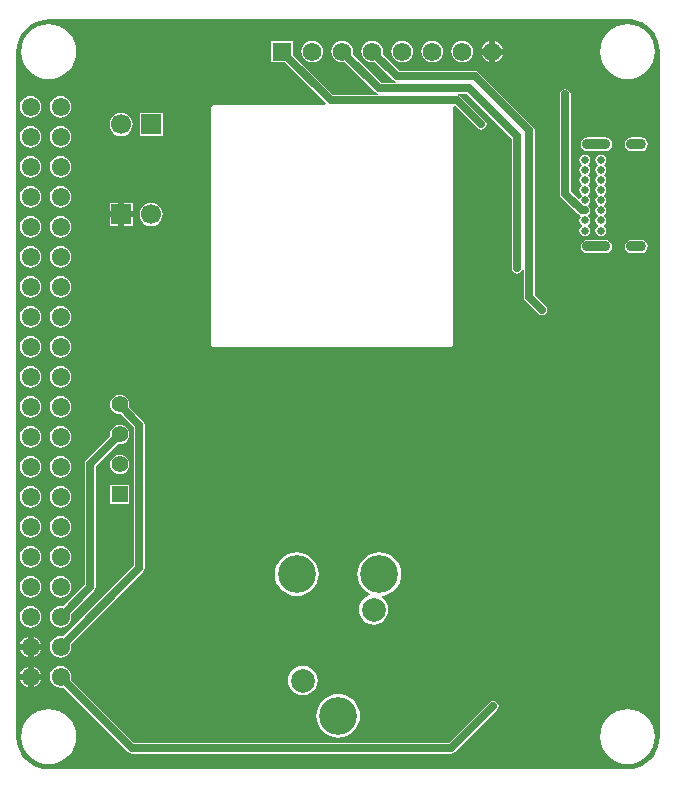
<source format=gbl>
G04*
G04 #@! TF.GenerationSoftware,Altium Limited,Altium Designer,20.2.6 (244)*
G04*
G04 Layer_Physical_Order=2*
G04 Layer_Color=16711680*
%FSLAX25Y25*%
%MOIN*%
G70*
G04*
G04 #@! TF.SameCoordinates,54722894-AE61-4C59-B5F0-4C27AF3D34EB*
G04*
G04*
G04 #@! TF.FilePolarity,Positive*
G04*
G01*
G75*
%ADD42C,0.06181*%
%ADD43R,0.06181X0.06181*%
%ADD48C,0.02500*%
%ADD49C,0.02559*%
%ADD50O,0.09449X0.03543*%
%ADD51O,0.06693X0.03543*%
%ADD52R,0.06693X0.06693*%
%ADD53C,0.06693*%
%ADD54C,0.05512*%
%ADD55R,0.05512X0.05512*%
%ADD56C,0.12598*%
%ADD57C,0.07874*%
%ADD58C,0.06102*%
%ADD59C,0.02362*%
G36*
X642368Y305034D02*
X644027Y304635D01*
X645604Y303982D01*
X647059Y303091D01*
X648357Y301982D01*
X649465Y300684D01*
X650357Y299229D01*
X651010Y297652D01*
X651409Y295993D01*
X651542Y294303D01*
X651540Y294291D01*
Y65945D01*
X651542Y65934D01*
X651409Y64243D01*
X651010Y62584D01*
X650357Y61007D01*
X649465Y59552D01*
X648357Y58254D01*
X647059Y57146D01*
X645604Y56254D01*
X644027Y55601D01*
X642368Y55203D01*
X641154Y55107D01*
X640666Y55072D01*
X640666Y55072D01*
X640172Y55072D01*
X447835D01*
X447823Y55069D01*
X446133Y55203D01*
X444474Y55601D01*
X442897Y56254D01*
X441442Y57146D01*
X440144Y58254D01*
X439036Y59552D01*
X438144Y61007D01*
X437491Y62584D01*
X437092Y64243D01*
X436959Y65934D01*
X436962Y65945D01*
Y294210D01*
X436959Y294221D01*
X437092Y295911D01*
X437491Y297571D01*
X438144Y299147D01*
X439036Y300603D01*
X440144Y301900D01*
X441442Y303009D01*
X442897Y303901D01*
X444474Y304554D01*
X446133Y304952D01*
X447823Y305085D01*
X447835Y305083D01*
X640748D01*
X641031Y305139D01*
X642368Y305034D01*
D02*
G37*
%LPC*%
G36*
X596630Y297763D02*
Y295291D01*
X599102D01*
X598766Y296102D01*
X598191Y296852D01*
X597441Y297428D01*
X596630Y297763D01*
D02*
G37*
G36*
X594630D02*
X593819Y297428D01*
X593069Y296852D01*
X592494Y296102D01*
X592158Y295291D01*
X594630D01*
Y297763D01*
D02*
G37*
G36*
X599102Y293291D02*
X596630D01*
Y290819D01*
X597441Y291155D01*
X598191Y291730D01*
X598766Y292481D01*
X599102Y293291D01*
D02*
G37*
G36*
X594630D02*
X592158D01*
X592494Y292481D01*
X593069Y291730D01*
X593819Y291155D01*
X594630Y290819D01*
Y293291D01*
D02*
G37*
G36*
X585630Y297913D02*
X584693Y297790D01*
X583819Y297428D01*
X583069Y296852D01*
X582494Y296102D01*
X582132Y295229D01*
X582008Y294291D01*
X582132Y293354D01*
X582494Y292481D01*
X583069Y291730D01*
X583819Y291155D01*
X584693Y290793D01*
X585630Y290670D01*
X586567Y290793D01*
X587441Y291155D01*
X588191Y291730D01*
X588766Y292481D01*
X589128Y293354D01*
X589252Y294291D01*
X589128Y295229D01*
X588766Y296102D01*
X588191Y296852D01*
X587441Y297428D01*
X586567Y297790D01*
X585630Y297913D01*
D02*
G37*
G36*
X575630D02*
X574693Y297790D01*
X573819Y297428D01*
X573069Y296852D01*
X572494Y296102D01*
X572132Y295229D01*
X572008Y294291D01*
X572132Y293354D01*
X572494Y292481D01*
X573069Y291730D01*
X573819Y291155D01*
X574693Y290793D01*
X575630Y290670D01*
X576567Y290793D01*
X577441Y291155D01*
X578191Y291730D01*
X578766Y292481D01*
X579128Y293354D01*
X579251Y294291D01*
X579128Y295229D01*
X578766Y296102D01*
X578191Y296852D01*
X577441Y297428D01*
X576567Y297790D01*
X575630Y297913D01*
D02*
G37*
G36*
X565630D02*
X564693Y297790D01*
X563819Y297428D01*
X563069Y296852D01*
X562494Y296102D01*
X562132Y295229D01*
X562008Y294291D01*
X562132Y293354D01*
X562494Y292481D01*
X563069Y291730D01*
X563819Y291155D01*
X564693Y290793D01*
X565630Y290670D01*
X566567Y290793D01*
X567441Y291155D01*
X568191Y291730D01*
X568766Y292481D01*
X569128Y293354D01*
X569251Y294291D01*
X569128Y295229D01*
X568766Y296102D01*
X568191Y296852D01*
X567441Y297428D01*
X566567Y297790D01*
X565630Y297913D01*
D02*
G37*
G36*
X535630D02*
X534693Y297790D01*
X533819Y297428D01*
X533069Y296852D01*
X532494Y296102D01*
X532132Y295229D01*
X532008Y294291D01*
X532132Y293354D01*
X532494Y292481D01*
X533069Y291730D01*
X533819Y291155D01*
X534693Y290793D01*
X535630Y290670D01*
X536567Y290793D01*
X537441Y291155D01*
X538191Y291730D01*
X538766Y292481D01*
X539128Y293354D01*
X539252Y294291D01*
X539128Y295229D01*
X538766Y296102D01*
X538191Y296852D01*
X537441Y297428D01*
X536567Y297790D01*
X535630Y297913D01*
D02*
G37*
G36*
X640748Y303452D02*
X638961Y303276D01*
X637243Y302754D01*
X635659Y301908D01*
X634271Y300769D01*
X633131Y299381D01*
X632285Y297797D01*
X631764Y296078D01*
X631588Y294291D01*
X631764Y292504D01*
X632285Y290786D01*
X633131Y289202D01*
X634271Y287814D01*
X635659Y286675D01*
X637243Y285828D01*
X638961Y285307D01*
X640748Y285131D01*
X642535Y285307D01*
X644254Y285828D01*
X645837Y286675D01*
X647226Y287814D01*
X648365Y289202D01*
X649211Y290786D01*
X649732Y292504D01*
X649908Y294291D01*
X649732Y296078D01*
X649211Y297797D01*
X648365Y299381D01*
X647226Y300769D01*
X645837Y301908D01*
X644254Y302754D01*
X642535Y303276D01*
X640748Y303452D01*
D02*
G37*
G36*
X447835D02*
X446047Y303276D01*
X444329Y302754D01*
X442745Y301908D01*
X441357Y300769D01*
X440218Y299381D01*
X439371Y297797D01*
X438850Y296078D01*
X438674Y294291D01*
X438850Y292504D01*
X439371Y290786D01*
X440218Y289202D01*
X441357Y287814D01*
X442745Y286675D01*
X444329Y285828D01*
X446047Y285307D01*
X447835Y285131D01*
X449622Y285307D01*
X451340Y285828D01*
X452924Y286675D01*
X454312Y287814D01*
X455451Y289202D01*
X456298Y290786D01*
X456819Y292504D01*
X456995Y294291D01*
X456819Y296078D01*
X456298Y297797D01*
X455451Y299381D01*
X454312Y300769D01*
X452924Y301908D01*
X451340Y302754D01*
X449622Y303276D01*
X447835Y303452D01*
D02*
G37*
G36*
X555630Y297913D02*
X554693Y297790D01*
X553819Y297428D01*
X553069Y296852D01*
X552494Y296102D01*
X552132Y295229D01*
X552008Y294291D01*
X552132Y293354D01*
X552494Y292481D01*
X553069Y291730D01*
X553819Y291155D01*
X554693Y290793D01*
X555630Y290670D01*
X556567Y290793D01*
X556594Y290804D01*
X562660Y284738D01*
X562660Y284738D01*
X563238Y284351D01*
X563577Y284284D01*
X563527Y283784D01*
X558660D01*
X549117Y293327D01*
X549128Y293354D01*
X549252Y294291D01*
X549128Y295229D01*
X548766Y296102D01*
X548191Y296852D01*
X547441Y297428D01*
X546567Y297790D01*
X545630Y297913D01*
X544693Y297790D01*
X543819Y297428D01*
X543069Y296852D01*
X542494Y296102D01*
X542132Y295229D01*
X542008Y294291D01*
X542132Y293354D01*
X542494Y292481D01*
X543069Y291730D01*
X543819Y291155D01*
X544693Y290793D01*
X545630Y290670D01*
X546567Y290793D01*
X546594Y290804D01*
X556660Y280738D01*
X556660Y280738D01*
X557238Y280351D01*
X557577Y280284D01*
X557527Y279784D01*
X542660D01*
X529220Y293224D01*
Y297882D01*
X522039D01*
Y290701D01*
X526697D01*
X540288Y277110D01*
X540081Y276610D01*
X502953D01*
X502563Y276533D01*
X502232Y276311D01*
X502011Y275981D01*
X501933Y275590D01*
Y196850D01*
X502011Y196460D01*
X502232Y196129D01*
X502563Y195908D01*
X502953Y195831D01*
X581693D01*
X582083Y195908D01*
X582414Y196129D01*
X582635Y196460D01*
X582713Y196850D01*
Y275590D01*
X583064Y275984D01*
X583462Y276014D01*
X590738Y268738D01*
X591317Y268352D01*
X592000Y268216D01*
X592683Y268352D01*
X593262Y268738D01*
X593648Y269317D01*
X593784Y270000D01*
X593648Y270683D01*
X593262Y271262D01*
X585262Y279262D01*
X584683Y279648D01*
X584345Y279716D01*
X584394Y280216D01*
X587261D01*
X602216Y265261D01*
Y222000D01*
X602352Y221317D01*
X602738Y220738D01*
X603317Y220352D01*
X604000Y220216D01*
X604683Y220352D01*
X605262Y220738D01*
X605649Y221317D01*
X605716Y221655D01*
X606216Y221606D01*
Y212521D01*
X606352Y211839D01*
X606738Y211260D01*
X610999Y206999D01*
X611578Y206612D01*
X612261Y206476D01*
X612944Y206612D01*
X613522Y206999D01*
X613909Y207578D01*
X614045Y208261D01*
X613909Y208944D01*
X613522Y209522D01*
X609784Y213260D01*
Y268000D01*
X609649Y268683D01*
X609262Y269262D01*
X591262Y287262D01*
X590683Y287649D01*
X590000Y287784D01*
X564660D01*
X559117Y293327D01*
X559128Y293354D01*
X559251Y294291D01*
X559128Y295229D01*
X558766Y296102D01*
X558191Y296852D01*
X557441Y297428D01*
X556567Y297790D01*
X555630Y297913D01*
D02*
G37*
G36*
X451772Y279448D02*
X450845Y279326D01*
X449981Y278968D01*
X449239Y278399D01*
X448670Y277657D01*
X448312Y276793D01*
X448190Y275866D01*
X448312Y274939D01*
X448670Y274075D01*
X449239Y273333D01*
X449981Y272764D01*
X450845Y272406D01*
X451772Y272284D01*
X452699Y272406D01*
X453563Y272764D01*
X454304Y273333D01*
X454874Y274075D01*
X455231Y274939D01*
X455353Y275866D01*
X455231Y276793D01*
X454874Y277657D01*
X454304Y278399D01*
X453563Y278968D01*
X452699Y279326D01*
X451772Y279448D01*
D02*
G37*
G36*
X441772D02*
X440845Y279326D01*
X439981Y278968D01*
X439239Y278399D01*
X438670Y277657D01*
X438312Y276793D01*
X438190Y275866D01*
X438312Y274939D01*
X438670Y274075D01*
X439239Y273333D01*
X439981Y272764D01*
X440845Y272406D01*
X441772Y272284D01*
X442699Y272406D01*
X443563Y272764D01*
X444304Y273333D01*
X444874Y274075D01*
X445231Y274939D01*
X445354Y275866D01*
X445231Y276793D01*
X444874Y277657D01*
X444304Y278399D01*
X443563Y278968D01*
X442699Y279326D01*
X441772Y279448D01*
D02*
G37*
G36*
X485847Y273847D02*
X478154D01*
Y266154D01*
X485847D01*
Y273847D01*
D02*
G37*
G36*
X472000Y273880D02*
X470996Y273747D01*
X470060Y273360D01*
X469257Y272743D01*
X468640Y271940D01*
X468253Y271004D01*
X468120Y270000D01*
X468253Y268996D01*
X468640Y268060D01*
X469257Y267257D01*
X470060Y266640D01*
X470996Y266253D01*
X472000Y266120D01*
X473004Y266253D01*
X473940Y266640D01*
X474743Y267257D01*
X475360Y268060D01*
X475747Y268996D01*
X475880Y270000D01*
X475747Y271004D01*
X475360Y271940D01*
X474743Y272743D01*
X473940Y273360D01*
X473004Y273747D01*
X472000Y273880D01*
D02*
G37*
G36*
X451772Y269448D02*
X450845Y269326D01*
X449981Y268968D01*
X449239Y268399D01*
X448670Y267657D01*
X448312Y266793D01*
X448190Y265866D01*
X448312Y264939D01*
X448670Y264075D01*
X449239Y263333D01*
X449981Y262764D01*
X450845Y262406D01*
X451772Y262284D01*
X452699Y262406D01*
X453563Y262764D01*
X454304Y263333D01*
X454874Y264075D01*
X455231Y264939D01*
X455353Y265866D01*
X455231Y266793D01*
X454874Y267657D01*
X454304Y268399D01*
X453563Y268968D01*
X452699Y269326D01*
X451772Y269448D01*
D02*
G37*
G36*
X441772D02*
X440845Y269326D01*
X439981Y268968D01*
X439239Y268399D01*
X438670Y267657D01*
X438312Y266793D01*
X438190Y265866D01*
X438312Y264939D01*
X438670Y264075D01*
X439239Y263333D01*
X439981Y262764D01*
X440845Y262406D01*
X441772Y262284D01*
X442699Y262406D01*
X443563Y262764D01*
X444304Y263333D01*
X444874Y264075D01*
X445231Y264939D01*
X445354Y265866D01*
X445231Y266793D01*
X444874Y267657D01*
X444304Y268399D01*
X443563Y268968D01*
X442699Y269326D01*
X441772Y269448D01*
D02*
G37*
G36*
X645276Y265703D02*
X642126D01*
X641240Y265526D01*
X640488Y265024D01*
X639986Y264273D01*
X639810Y263387D01*
X639986Y262500D01*
X640488Y261749D01*
X641240Y261247D01*
X642126Y261071D01*
X645276D01*
X646162Y261247D01*
X646913Y261749D01*
X647415Y262500D01*
X647592Y263387D01*
X647415Y264273D01*
X646913Y265024D01*
X646162Y265526D01*
X645276Y265703D01*
D02*
G37*
G36*
X633347D02*
X627441D01*
X626554Y265526D01*
X625803Y265024D01*
X625301Y264273D01*
X625125Y263387D01*
X625301Y262500D01*
X625803Y261749D01*
X626554Y261247D01*
X627441Y261071D01*
X633347D01*
X634233Y261247D01*
X634984Y261749D01*
X635486Y262500D01*
X635663Y263387D01*
X635486Y264273D01*
X634984Y265024D01*
X634233Y265526D01*
X633347Y265703D01*
D02*
G37*
G36*
X451772Y259448D02*
X450845Y259326D01*
X449981Y258968D01*
X449239Y258399D01*
X448670Y257657D01*
X448312Y256793D01*
X448190Y255866D01*
X448312Y254939D01*
X448670Y254075D01*
X449239Y253333D01*
X449981Y252764D01*
X450845Y252406D01*
X451772Y252284D01*
X452699Y252406D01*
X453563Y252764D01*
X454304Y253333D01*
X454874Y254075D01*
X455231Y254939D01*
X455353Y255866D01*
X455231Y256793D01*
X454874Y257657D01*
X454304Y258399D01*
X453563Y258968D01*
X452699Y259326D01*
X451772Y259448D01*
D02*
G37*
G36*
X441772D02*
X440845Y259326D01*
X439981Y258968D01*
X439239Y258399D01*
X438670Y257657D01*
X438312Y256793D01*
X438190Y255866D01*
X438312Y254939D01*
X438670Y254075D01*
X439239Y253333D01*
X439981Y252764D01*
X440845Y252406D01*
X441772Y252284D01*
X442699Y252406D01*
X443563Y252764D01*
X444304Y253333D01*
X444874Y254075D01*
X445231Y254939D01*
X445354Y255866D01*
X445231Y256793D01*
X444874Y257657D01*
X444304Y258399D01*
X443563Y258968D01*
X442699Y259326D01*
X441772Y259448D01*
D02*
G37*
G36*
X451772Y249448D02*
X450845Y249326D01*
X449981Y248968D01*
X449239Y248399D01*
X448670Y247657D01*
X448312Y246793D01*
X448190Y245866D01*
X448312Y244939D01*
X448670Y244075D01*
X449239Y243333D01*
X449981Y242764D01*
X450845Y242406D01*
X451772Y242284D01*
X452699Y242406D01*
X453563Y242764D01*
X454304Y243333D01*
X454874Y244075D01*
X455231Y244939D01*
X455353Y245866D01*
X455231Y246793D01*
X454874Y247657D01*
X454304Y248399D01*
X453563Y248968D01*
X452699Y249326D01*
X451772Y249448D01*
D02*
G37*
G36*
X441772D02*
X440845Y249326D01*
X439981Y248968D01*
X439239Y248399D01*
X438670Y247657D01*
X438312Y246793D01*
X438190Y245866D01*
X438312Y244939D01*
X438670Y244075D01*
X439239Y243333D01*
X439981Y242764D01*
X440845Y242406D01*
X441772Y242284D01*
X442699Y242406D01*
X443563Y242764D01*
X444304Y243333D01*
X444874Y244075D01*
X445231Y244939D01*
X445354Y245866D01*
X445231Y246793D01*
X444874Y247657D01*
X444304Y248399D01*
X443563Y248968D01*
X442699Y249326D01*
X441772Y249448D01*
D02*
G37*
G36*
X475846Y243847D02*
X473000D01*
Y241000D01*
X475846D01*
Y243847D01*
D02*
G37*
G36*
X471000D02*
X468153D01*
Y241000D01*
X471000D01*
Y243847D01*
D02*
G37*
G36*
X475846Y239000D02*
X473000D01*
Y236154D01*
X475846D01*
Y239000D01*
D02*
G37*
G36*
X471000D02*
X468153D01*
Y236154D01*
X471000D01*
Y239000D01*
D02*
G37*
G36*
X482000Y243880D02*
X480996Y243747D01*
X480060Y243360D01*
X479257Y242743D01*
X478640Y241940D01*
X478253Y241004D01*
X478120Y240000D01*
X478253Y238996D01*
X478640Y238060D01*
X479257Y237257D01*
X480060Y236640D01*
X480996Y236253D01*
X482000Y236120D01*
X483004Y236253D01*
X483940Y236640D01*
X484743Y237257D01*
X485360Y238060D01*
X485747Y238996D01*
X485880Y240000D01*
X485747Y241004D01*
X485360Y241940D01*
X484743Y242743D01*
X483940Y243360D01*
X483004Y243747D01*
X482000Y243880D01*
D02*
G37*
G36*
X631850Y259886D02*
X631156Y259748D01*
X630567Y259355D01*
X630174Y258766D01*
X630035Y258072D01*
X630174Y257377D01*
X630567Y256789D01*
X630777Y256648D01*
Y256148D01*
X630567Y256008D01*
X630174Y255419D01*
X630035Y254725D01*
X630174Y254030D01*
X630567Y253442D01*
X630777Y253302D01*
Y252802D01*
X630567Y252662D01*
X630174Y252073D01*
X630035Y251379D01*
X630174Y250684D01*
X630567Y250096D01*
X630777Y249955D01*
Y249455D01*
X630567Y249315D01*
X630174Y248726D01*
X630035Y248032D01*
X630174Y247337D01*
X630567Y246749D01*
X630777Y246609D01*
Y246109D01*
X630567Y245969D01*
X630174Y245380D01*
X630035Y244686D01*
X630174Y243991D01*
X630567Y243403D01*
X630777Y243262D01*
Y242762D01*
X630567Y242622D01*
X630174Y242033D01*
X630035Y241339D01*
X630174Y240644D01*
X630567Y240056D01*
X630777Y239916D01*
Y239416D01*
X630567Y239276D01*
X630174Y238687D01*
X630035Y237993D01*
X630174Y237298D01*
X630567Y236710D01*
X630777Y236569D01*
Y236069D01*
X630567Y235929D01*
X630174Y235340D01*
X630035Y234646D01*
X630174Y233951D01*
X630567Y233363D01*
X631156Y232969D01*
X631850Y232831D01*
X632544Y232969D01*
X633133Y233363D01*
X633526Y233951D01*
X633664Y234646D01*
X633526Y235340D01*
X633133Y235929D01*
X632923Y236069D01*
Y236569D01*
X633133Y236710D01*
X633526Y237298D01*
X633664Y237993D01*
X633526Y238687D01*
X633133Y239276D01*
X632923Y239416D01*
Y239916D01*
X633133Y240056D01*
X633526Y240644D01*
X633664Y241339D01*
X633526Y242033D01*
X633133Y242622D01*
X632923Y242762D01*
Y243262D01*
X633133Y243403D01*
X633526Y243991D01*
X633664Y244686D01*
X633526Y245380D01*
X633133Y245969D01*
X632923Y246109D01*
Y246609D01*
X633133Y246749D01*
X633526Y247337D01*
X633664Y248032D01*
X633526Y248726D01*
X633133Y249315D01*
X632923Y249455D01*
Y249955D01*
X633133Y250096D01*
X633526Y250684D01*
X633664Y251379D01*
X633526Y252073D01*
X633133Y252662D01*
X632923Y252802D01*
Y253302D01*
X633133Y253442D01*
X633526Y254030D01*
X633664Y254725D01*
X633526Y255419D01*
X633133Y256008D01*
X632923Y256148D01*
Y256648D01*
X633133Y256789D01*
X633526Y257377D01*
X633664Y258072D01*
X633526Y258766D01*
X633133Y259355D01*
X632544Y259748D01*
X631850Y259886D01*
D02*
G37*
G36*
X620000Y281784D02*
X619317Y281648D01*
X618738Y281262D01*
X618352Y280683D01*
X618216Y280000D01*
Y246937D01*
X618352Y246254D01*
X618738Y245676D01*
X624326Y240088D01*
X624904Y239702D01*
X624973Y239688D01*
X625050Y239574D01*
X625163Y239140D01*
X624860Y238687D01*
X624721Y237993D01*
X624860Y237298D01*
X625253Y236710D01*
X625463Y236569D01*
Y236069D01*
X625253Y235929D01*
X624860Y235340D01*
X624721Y234646D01*
X624860Y233951D01*
X625253Y233363D01*
X625842Y232969D01*
X626536Y232831D01*
X627230Y232969D01*
X627819Y233363D01*
X628212Y233951D01*
X628350Y234646D01*
X628212Y235340D01*
X627819Y235929D01*
X627608Y236069D01*
Y236569D01*
X627819Y236710D01*
X628212Y237298D01*
X628350Y237993D01*
X628212Y238687D01*
X627819Y239276D01*
X627609Y239416D01*
Y239916D01*
X627819Y240056D01*
X628212Y240644D01*
X628350Y241339D01*
X628212Y242033D01*
X627819Y242622D01*
X627608Y242762D01*
Y243262D01*
X627819Y243403D01*
X628212Y243991D01*
X628350Y244686D01*
X628212Y245380D01*
X627819Y245969D01*
X627609Y246109D01*
Y246609D01*
X627819Y246749D01*
X628212Y247337D01*
X628350Y248032D01*
X628212Y248726D01*
X627819Y249315D01*
X627608Y249455D01*
Y249955D01*
X627819Y250096D01*
X628212Y250684D01*
X628350Y251379D01*
X628212Y252073D01*
X627819Y252662D01*
X627609Y252802D01*
Y253302D01*
X627819Y253442D01*
X628212Y254030D01*
X628350Y254725D01*
X628212Y255419D01*
X627819Y256008D01*
X627608Y256148D01*
Y256648D01*
X627819Y256789D01*
X628212Y257377D01*
X628350Y258072D01*
X628212Y258766D01*
X627819Y259355D01*
X627230Y259748D01*
X626536Y259886D01*
X625842Y259748D01*
X625253Y259355D01*
X624860Y258766D01*
X624721Y258072D01*
X624860Y257377D01*
X625253Y256789D01*
X625463Y256648D01*
Y256148D01*
X625253Y256008D01*
X624860Y255419D01*
X624721Y254725D01*
X624860Y254030D01*
X625253Y253442D01*
X625462Y253302D01*
Y252802D01*
X625253Y252662D01*
X624860Y252073D01*
X624721Y251379D01*
X624860Y250684D01*
X625253Y250096D01*
X625463Y249955D01*
Y249455D01*
X625253Y249315D01*
X624860Y248726D01*
X624721Y248032D01*
X624860Y247337D01*
X625253Y246749D01*
X625462Y246609D01*
Y246109D01*
X625253Y245969D01*
X624860Y245380D01*
X624834Y245250D01*
X624355Y245105D01*
X621784Y247676D01*
Y280000D01*
X621649Y280683D01*
X621262Y281262D01*
X620683Y281648D01*
X620000Y281784D01*
D02*
G37*
G36*
X451772Y239448D02*
X450845Y239326D01*
X449981Y238968D01*
X449239Y238399D01*
X448670Y237657D01*
X448312Y236793D01*
X448190Y235866D01*
X448312Y234939D01*
X448670Y234075D01*
X449239Y233333D01*
X449981Y232764D01*
X450845Y232406D01*
X451772Y232284D01*
X452699Y232406D01*
X453563Y232764D01*
X454304Y233333D01*
X454874Y234075D01*
X455231Y234939D01*
X455353Y235866D01*
X455231Y236793D01*
X454874Y237657D01*
X454304Y238399D01*
X453563Y238968D01*
X452699Y239326D01*
X451772Y239448D01*
D02*
G37*
G36*
X441772D02*
X440845Y239326D01*
X439981Y238968D01*
X439239Y238399D01*
X438670Y237657D01*
X438312Y236793D01*
X438190Y235866D01*
X438312Y234939D01*
X438670Y234075D01*
X439239Y233333D01*
X439981Y232764D01*
X440845Y232406D01*
X441772Y232284D01*
X442699Y232406D01*
X443563Y232764D01*
X444304Y233333D01*
X444874Y234075D01*
X445231Y234939D01*
X445354Y235866D01*
X445231Y236793D01*
X444874Y237657D01*
X444304Y238399D01*
X443563Y238968D01*
X442699Y239326D01*
X441772Y239448D01*
D02*
G37*
G36*
X645276Y231647D02*
X642126D01*
X641240Y231470D01*
X640488Y230968D01*
X639986Y230217D01*
X639810Y229331D01*
X639986Y228444D01*
X640488Y227693D01*
X641240Y227191D01*
X642126Y227015D01*
X645276D01*
X646162Y227191D01*
X646913Y227693D01*
X647415Y228444D01*
X647592Y229331D01*
X647415Y230217D01*
X646913Y230968D01*
X646162Y231470D01*
X645276Y231647D01*
D02*
G37*
G36*
X633347D02*
X627441D01*
X626554Y231470D01*
X625803Y230968D01*
X625301Y230217D01*
X625125Y229331D01*
X625301Y228444D01*
X625803Y227693D01*
X626554Y227191D01*
X627441Y227015D01*
X633347D01*
X634233Y227191D01*
X634984Y227693D01*
X635486Y228444D01*
X635663Y229331D01*
X635486Y230217D01*
X634984Y230968D01*
X634233Y231470D01*
X633347Y231647D01*
D02*
G37*
G36*
X451772Y229448D02*
X450845Y229326D01*
X449981Y228968D01*
X449239Y228399D01*
X448670Y227657D01*
X448312Y226793D01*
X448190Y225866D01*
X448312Y224939D01*
X448670Y224075D01*
X449239Y223333D01*
X449981Y222764D01*
X450845Y222406D01*
X451772Y222284D01*
X452699Y222406D01*
X453563Y222764D01*
X454304Y223333D01*
X454874Y224075D01*
X455231Y224939D01*
X455353Y225866D01*
X455231Y226793D01*
X454874Y227657D01*
X454304Y228399D01*
X453563Y228968D01*
X452699Y229326D01*
X451772Y229448D01*
D02*
G37*
G36*
X441772D02*
X440845Y229326D01*
X439981Y228968D01*
X439239Y228399D01*
X438670Y227657D01*
X438312Y226793D01*
X438190Y225866D01*
X438312Y224939D01*
X438670Y224075D01*
X439239Y223333D01*
X439981Y222764D01*
X440845Y222406D01*
X441772Y222284D01*
X442699Y222406D01*
X443563Y222764D01*
X444304Y223333D01*
X444874Y224075D01*
X445231Y224939D01*
X445354Y225866D01*
X445231Y226793D01*
X444874Y227657D01*
X444304Y228399D01*
X443563Y228968D01*
X442699Y229326D01*
X441772Y229448D01*
D02*
G37*
G36*
X451772Y219448D02*
X450845Y219326D01*
X449981Y218968D01*
X449239Y218399D01*
X448670Y217657D01*
X448312Y216793D01*
X448190Y215866D01*
X448312Y214939D01*
X448670Y214075D01*
X449239Y213333D01*
X449981Y212764D01*
X450845Y212406D01*
X451772Y212284D01*
X452699Y212406D01*
X453563Y212764D01*
X454304Y213333D01*
X454874Y214075D01*
X455231Y214939D01*
X455353Y215866D01*
X455231Y216793D01*
X454874Y217657D01*
X454304Y218399D01*
X453563Y218968D01*
X452699Y219326D01*
X451772Y219448D01*
D02*
G37*
G36*
X441772D02*
X440845Y219326D01*
X439981Y218968D01*
X439239Y218399D01*
X438670Y217657D01*
X438312Y216793D01*
X438190Y215866D01*
X438312Y214939D01*
X438670Y214075D01*
X439239Y213333D01*
X439981Y212764D01*
X440845Y212406D01*
X441772Y212284D01*
X442699Y212406D01*
X443563Y212764D01*
X444304Y213333D01*
X444874Y214075D01*
X445231Y214939D01*
X445354Y215866D01*
X445231Y216793D01*
X444874Y217657D01*
X444304Y218399D01*
X443563Y218968D01*
X442699Y219326D01*
X441772Y219448D01*
D02*
G37*
G36*
X451772Y209448D02*
X450845Y209326D01*
X449981Y208968D01*
X449239Y208399D01*
X448670Y207657D01*
X448312Y206793D01*
X448190Y205866D01*
X448312Y204939D01*
X448670Y204075D01*
X449239Y203333D01*
X449981Y202764D01*
X450845Y202406D01*
X451772Y202284D01*
X452699Y202406D01*
X453563Y202764D01*
X454304Y203333D01*
X454874Y204075D01*
X455231Y204939D01*
X455353Y205866D01*
X455231Y206793D01*
X454874Y207657D01*
X454304Y208399D01*
X453563Y208968D01*
X452699Y209326D01*
X451772Y209448D01*
D02*
G37*
G36*
X441772D02*
X440845Y209326D01*
X439981Y208968D01*
X439239Y208399D01*
X438670Y207657D01*
X438312Y206793D01*
X438190Y205866D01*
X438312Y204939D01*
X438670Y204075D01*
X439239Y203333D01*
X439981Y202764D01*
X440845Y202406D01*
X441772Y202284D01*
X442699Y202406D01*
X443563Y202764D01*
X444304Y203333D01*
X444874Y204075D01*
X445231Y204939D01*
X445354Y205866D01*
X445231Y206793D01*
X444874Y207657D01*
X444304Y208399D01*
X443563Y208968D01*
X442699Y209326D01*
X441772Y209448D01*
D02*
G37*
G36*
X451772Y199448D02*
X450845Y199326D01*
X449981Y198968D01*
X449239Y198399D01*
X448670Y197657D01*
X448312Y196793D01*
X448190Y195866D01*
X448312Y194939D01*
X448670Y194075D01*
X449239Y193333D01*
X449981Y192764D01*
X450845Y192406D01*
X451772Y192284D01*
X452699Y192406D01*
X453563Y192764D01*
X454304Y193333D01*
X454874Y194075D01*
X455231Y194939D01*
X455353Y195866D01*
X455231Y196793D01*
X454874Y197657D01*
X454304Y198399D01*
X453563Y198968D01*
X452699Y199326D01*
X451772Y199448D01*
D02*
G37*
G36*
X441772D02*
X440845Y199326D01*
X439981Y198968D01*
X439239Y198399D01*
X438670Y197657D01*
X438312Y196793D01*
X438190Y195866D01*
X438312Y194939D01*
X438670Y194075D01*
X439239Y193333D01*
X439981Y192764D01*
X440845Y192406D01*
X441772Y192284D01*
X442699Y192406D01*
X443563Y192764D01*
X444304Y193333D01*
X444874Y194075D01*
X445231Y194939D01*
X445354Y195866D01*
X445231Y196793D01*
X444874Y197657D01*
X444304Y198399D01*
X443563Y198968D01*
X442699Y199326D01*
X441772Y199448D01*
D02*
G37*
G36*
X451772Y189448D02*
X450845Y189326D01*
X449981Y188968D01*
X449239Y188399D01*
X448670Y187657D01*
X448312Y186793D01*
X448190Y185866D01*
X448312Y184939D01*
X448670Y184075D01*
X449239Y183333D01*
X449981Y182764D01*
X450845Y182406D01*
X451772Y182284D01*
X452699Y182406D01*
X453563Y182764D01*
X454304Y183333D01*
X454874Y184075D01*
X455231Y184939D01*
X455353Y185866D01*
X455231Y186793D01*
X454874Y187657D01*
X454304Y188399D01*
X453563Y188968D01*
X452699Y189326D01*
X451772Y189448D01*
D02*
G37*
G36*
X441772D02*
X440845Y189326D01*
X439981Y188968D01*
X439239Y188399D01*
X438670Y187657D01*
X438312Y186793D01*
X438190Y185866D01*
X438312Y184939D01*
X438670Y184075D01*
X439239Y183333D01*
X439981Y182764D01*
X440845Y182406D01*
X441772Y182284D01*
X442699Y182406D01*
X443563Y182764D01*
X444304Y183333D01*
X444874Y184075D01*
X445231Y184939D01*
X445354Y185866D01*
X445231Y186793D01*
X444874Y187657D01*
X444304Y188399D01*
X443563Y188968D01*
X442699Y189326D01*
X441772Y189448D01*
D02*
G37*
G36*
X451772Y179448D02*
X450845Y179326D01*
X449981Y178968D01*
X449239Y178399D01*
X448670Y177657D01*
X448312Y176793D01*
X448190Y175866D01*
X448312Y174939D01*
X448670Y174075D01*
X449239Y173333D01*
X449981Y172764D01*
X450845Y172406D01*
X451772Y172284D01*
X452699Y172406D01*
X453563Y172764D01*
X454304Y173333D01*
X454874Y174075D01*
X455231Y174939D01*
X455353Y175866D01*
X455231Y176793D01*
X454874Y177657D01*
X454304Y178399D01*
X453563Y178968D01*
X452699Y179326D01*
X451772Y179448D01*
D02*
G37*
G36*
X441772D02*
X440845Y179326D01*
X439981Y178968D01*
X439239Y178399D01*
X438670Y177657D01*
X438312Y176793D01*
X438190Y175866D01*
X438312Y174939D01*
X438670Y174075D01*
X439239Y173333D01*
X439981Y172764D01*
X440845Y172406D01*
X441772Y172284D01*
X442699Y172406D01*
X443563Y172764D01*
X444304Y173333D01*
X444874Y174075D01*
X445231Y174939D01*
X445354Y175866D01*
X445231Y176793D01*
X444874Y177657D01*
X444304Y178399D01*
X443563Y178968D01*
X442699Y179326D01*
X441772Y179448D01*
D02*
G37*
G36*
X471457Y169938D02*
X470607Y169826D01*
X469815Y169498D01*
X469135Y168976D01*
X468613Y168296D01*
X468285Y167503D01*
X468173Y166654D01*
X468261Y165981D01*
X460409Y158129D01*
X460022Y157550D01*
X459886Y156868D01*
Y116504D01*
X452705Y109323D01*
X452699Y109326D01*
X451772Y109448D01*
X450845Y109326D01*
X449981Y108968D01*
X449239Y108399D01*
X448670Y107657D01*
X448312Y106793D01*
X448190Y105866D01*
X448312Y104939D01*
X448670Y104075D01*
X449239Y103333D01*
X449981Y102764D01*
X450845Y102406D01*
X451772Y102284D01*
X452699Y102406D01*
X453563Y102764D01*
X454304Y103333D01*
X454874Y104075D01*
X455231Y104939D01*
X455353Y105866D01*
X455231Y106793D01*
X455229Y106800D01*
X462932Y114503D01*
X462932Y114504D01*
X463319Y115082D01*
X463455Y115765D01*
Y156128D01*
X470785Y163458D01*
X471457Y163370D01*
X472307Y163481D01*
X473099Y163810D01*
X473779Y164331D01*
X474301Y165012D01*
X474629Y165804D01*
X474741Y166654D01*
X474629Y167503D01*
X474301Y168296D01*
X473779Y168976D01*
X473099Y169498D01*
X472307Y169826D01*
X471457Y169938D01*
D02*
G37*
G36*
X451772Y169448D02*
X450845Y169326D01*
X449981Y168968D01*
X449239Y168399D01*
X448670Y167657D01*
X448312Y166793D01*
X448190Y165866D01*
X448312Y164939D01*
X448670Y164075D01*
X449239Y163333D01*
X449981Y162764D01*
X450845Y162406D01*
X451772Y162284D01*
X452699Y162406D01*
X453563Y162764D01*
X454304Y163333D01*
X454874Y164075D01*
X455231Y164939D01*
X455353Y165866D01*
X455231Y166793D01*
X454874Y167657D01*
X454304Y168399D01*
X453563Y168968D01*
X452699Y169326D01*
X451772Y169448D01*
D02*
G37*
G36*
X441772D02*
X440845Y169326D01*
X439981Y168968D01*
X439239Y168399D01*
X438670Y167657D01*
X438312Y166793D01*
X438190Y165866D01*
X438312Y164939D01*
X438670Y164075D01*
X439239Y163333D01*
X439981Y162764D01*
X440845Y162406D01*
X441772Y162284D01*
X442699Y162406D01*
X443563Y162764D01*
X444304Y163333D01*
X444874Y164075D01*
X445231Y164939D01*
X445354Y165866D01*
X445231Y166793D01*
X444874Y167657D01*
X444304Y168399D01*
X443563Y168968D01*
X442699Y169326D01*
X441772Y169448D01*
D02*
G37*
G36*
X471457Y159938D02*
X470607Y159826D01*
X469815Y159498D01*
X469135Y158976D01*
X468613Y158296D01*
X468285Y157503D01*
X468173Y156653D01*
X468285Y155804D01*
X468613Y155011D01*
X469135Y154331D01*
X469815Y153809D01*
X470607Y153481D01*
X471457Y153369D01*
X472307Y153481D01*
X473099Y153809D01*
X473779Y154331D01*
X474301Y155011D01*
X474629Y155804D01*
X474741Y156653D01*
X474629Y157503D01*
X474301Y158296D01*
X473779Y158976D01*
X473099Y159498D01*
X472307Y159826D01*
X471457Y159938D01*
D02*
G37*
G36*
X451772Y159448D02*
X450845Y159326D01*
X449981Y158968D01*
X449239Y158399D01*
X448670Y157657D01*
X448312Y156793D01*
X448190Y155866D01*
X448312Y154939D01*
X448670Y154075D01*
X449239Y153333D01*
X449981Y152764D01*
X450845Y152406D01*
X451772Y152284D01*
X452699Y152406D01*
X453563Y152764D01*
X454304Y153333D01*
X454874Y154075D01*
X455231Y154939D01*
X455353Y155866D01*
X455231Y156793D01*
X454874Y157657D01*
X454304Y158399D01*
X453563Y158968D01*
X452699Y159326D01*
X451772Y159448D01*
D02*
G37*
G36*
X441772D02*
X440845Y159326D01*
X439981Y158968D01*
X439239Y158399D01*
X438670Y157657D01*
X438312Y156793D01*
X438190Y155866D01*
X438312Y154939D01*
X438670Y154075D01*
X439239Y153333D01*
X439981Y152764D01*
X440845Y152406D01*
X441772Y152284D01*
X442699Y152406D01*
X443563Y152764D01*
X444304Y153333D01*
X444874Y154075D01*
X445231Y154939D01*
X445354Y155866D01*
X445231Y156793D01*
X444874Y157657D01*
X444304Y158399D01*
X443563Y158968D01*
X442699Y159326D01*
X441772Y159448D01*
D02*
G37*
G36*
X474713Y149909D02*
X468201D01*
Y143398D01*
X474713D01*
Y149909D01*
D02*
G37*
G36*
X451772Y149448D02*
X450845Y149326D01*
X449981Y148968D01*
X449239Y148399D01*
X448670Y147657D01*
X448312Y146793D01*
X448190Y145866D01*
X448312Y144939D01*
X448670Y144075D01*
X449239Y143333D01*
X449981Y142764D01*
X450845Y142406D01*
X451772Y142284D01*
X452699Y142406D01*
X453563Y142764D01*
X454304Y143333D01*
X454874Y144075D01*
X455231Y144939D01*
X455353Y145866D01*
X455231Y146793D01*
X454874Y147657D01*
X454304Y148399D01*
X453563Y148968D01*
X452699Y149326D01*
X451772Y149448D01*
D02*
G37*
G36*
X441772D02*
X440845Y149326D01*
X439981Y148968D01*
X439239Y148399D01*
X438670Y147657D01*
X438312Y146793D01*
X438190Y145866D01*
X438312Y144939D01*
X438670Y144075D01*
X439239Y143333D01*
X439981Y142764D01*
X440845Y142406D01*
X441772Y142284D01*
X442699Y142406D01*
X443563Y142764D01*
X444304Y143333D01*
X444874Y144075D01*
X445231Y144939D01*
X445354Y145866D01*
X445231Y146793D01*
X444874Y147657D01*
X444304Y148399D01*
X443563Y148968D01*
X442699Y149326D01*
X441772Y149448D01*
D02*
G37*
G36*
X451772Y139448D02*
X450845Y139326D01*
X449981Y138968D01*
X449239Y138399D01*
X448670Y137657D01*
X448312Y136793D01*
X448190Y135866D01*
X448312Y134939D01*
X448670Y134075D01*
X449239Y133333D01*
X449981Y132764D01*
X450845Y132406D01*
X451772Y132284D01*
X452699Y132406D01*
X453563Y132764D01*
X454304Y133333D01*
X454874Y134075D01*
X455231Y134939D01*
X455353Y135866D01*
X455231Y136793D01*
X454874Y137657D01*
X454304Y138399D01*
X453563Y138968D01*
X452699Y139326D01*
X451772Y139448D01*
D02*
G37*
G36*
X441772D02*
X440845Y139326D01*
X439981Y138968D01*
X439239Y138399D01*
X438670Y137657D01*
X438312Y136793D01*
X438190Y135866D01*
X438312Y134939D01*
X438670Y134075D01*
X439239Y133333D01*
X439981Y132764D01*
X440845Y132406D01*
X441772Y132284D01*
X442699Y132406D01*
X443563Y132764D01*
X444304Y133333D01*
X444874Y134075D01*
X445231Y134939D01*
X445354Y135866D01*
X445231Y136793D01*
X444874Y137657D01*
X444304Y138399D01*
X443563Y138968D01*
X442699Y139326D01*
X441772Y139448D01*
D02*
G37*
G36*
X451772Y129448D02*
X450845Y129326D01*
X449981Y128968D01*
X449239Y128399D01*
X448670Y127657D01*
X448312Y126793D01*
X448190Y125866D01*
X448312Y124939D01*
X448670Y124075D01*
X449239Y123333D01*
X449981Y122764D01*
X450845Y122406D01*
X451772Y122284D01*
X452699Y122406D01*
X453563Y122764D01*
X454304Y123333D01*
X454874Y124075D01*
X455231Y124939D01*
X455353Y125866D01*
X455231Y126793D01*
X454874Y127657D01*
X454304Y128399D01*
X453563Y128968D01*
X452699Y129326D01*
X451772Y129448D01*
D02*
G37*
G36*
X441772D02*
X440845Y129326D01*
X439981Y128968D01*
X439239Y128399D01*
X438670Y127657D01*
X438312Y126793D01*
X438190Y125866D01*
X438312Y124939D01*
X438670Y124075D01*
X439239Y123333D01*
X439981Y122764D01*
X440845Y122406D01*
X441772Y122284D01*
X442699Y122406D01*
X443563Y122764D01*
X444304Y123333D01*
X444874Y124075D01*
X445231Y124939D01*
X445354Y125866D01*
X445231Y126793D01*
X444874Y127657D01*
X444304Y128399D01*
X443563Y128968D01*
X442699Y129326D01*
X441772Y129448D01*
D02*
G37*
G36*
X530512Y127397D02*
X529084Y127257D01*
X527711Y126840D01*
X526446Y126164D01*
X525337Y125254D01*
X524427Y124145D01*
X523750Y122880D01*
X523334Y121507D01*
X523193Y120079D01*
X523334Y118651D01*
X523750Y117278D01*
X524427Y116013D01*
X525337Y114904D01*
X526446Y113994D01*
X527711Y113317D01*
X529084Y112901D01*
X530512Y112760D01*
X531940Y112901D01*
X533313Y113317D01*
X534578Y113994D01*
X535687Y114904D01*
X536597Y116013D01*
X537273Y117278D01*
X537690Y118651D01*
X537830Y120079D01*
X537690Y121507D01*
X537273Y122880D01*
X536597Y124145D01*
X535687Y125254D01*
X534578Y126164D01*
X533313Y126840D01*
X531940Y127257D01*
X530512Y127397D01*
D02*
G37*
G36*
X451772Y119448D02*
X450845Y119326D01*
X449981Y118968D01*
X449239Y118399D01*
X448670Y117657D01*
X448312Y116793D01*
X448190Y115866D01*
X448312Y114939D01*
X448670Y114075D01*
X449239Y113333D01*
X449981Y112764D01*
X450845Y112406D01*
X451772Y112284D01*
X452699Y112406D01*
X453563Y112764D01*
X454304Y113333D01*
X454874Y114075D01*
X455231Y114939D01*
X455353Y115866D01*
X455231Y116793D01*
X454874Y117657D01*
X454304Y118399D01*
X453563Y118968D01*
X452699Y119326D01*
X451772Y119448D01*
D02*
G37*
G36*
X441772D02*
X440845Y119326D01*
X439981Y118968D01*
X439239Y118399D01*
X438670Y117657D01*
X438312Y116793D01*
X438190Y115866D01*
X438312Y114939D01*
X438670Y114075D01*
X439239Y113333D01*
X439981Y112764D01*
X440845Y112406D01*
X441772Y112284D01*
X442699Y112406D01*
X443563Y112764D01*
X444304Y113333D01*
X444874Y114075D01*
X445231Y114939D01*
X445354Y115866D01*
X445231Y116793D01*
X444874Y117657D01*
X444304Y118399D01*
X443563Y118968D01*
X442699Y119326D01*
X441772Y119448D01*
D02*
G37*
G36*
X558071Y127397D02*
X556643Y127257D01*
X555270Y126840D01*
X554005Y126164D01*
X552896Y125254D01*
X551986Y124145D01*
X551309Y122880D01*
X550893Y121507D01*
X550752Y120079D01*
X550893Y118651D01*
X551309Y117278D01*
X551986Y116013D01*
X552896Y114904D01*
X554005Y113994D01*
X554806Y113565D01*
X554813Y113277D01*
X554744Y113032D01*
X553620Y112566D01*
X552593Y111778D01*
X551804Y110750D01*
X551308Y109552D01*
X551139Y108268D01*
X551308Y106983D01*
X551804Y105786D01*
X552593Y104758D01*
X553620Y103969D01*
X554818Y103473D01*
X556102Y103304D01*
X557387Y103473D01*
X558584Y103969D01*
X559612Y104758D01*
X560401Y105786D01*
X560897Y106983D01*
X561066Y108268D01*
X560897Y109552D01*
X560401Y110750D01*
X559612Y111778D01*
X558883Y112338D01*
X559030Y112855D01*
X559499Y112901D01*
X560872Y113317D01*
X562137Y113994D01*
X563246Y114904D01*
X564156Y116013D01*
X564832Y117278D01*
X565249Y118651D01*
X565390Y120079D01*
X565249Y121507D01*
X564832Y122880D01*
X564156Y124145D01*
X563246Y125254D01*
X562137Y126164D01*
X560872Y126840D01*
X559499Y127257D01*
X558071Y127397D01*
D02*
G37*
G36*
X441772Y109448D02*
X440845Y109326D01*
X439981Y108968D01*
X439239Y108399D01*
X438670Y107657D01*
X438312Y106793D01*
X438190Y105866D01*
X438312Y104939D01*
X438670Y104075D01*
X439239Y103333D01*
X439981Y102764D01*
X440845Y102406D01*
X441772Y102284D01*
X442699Y102406D01*
X443563Y102764D01*
X444304Y103333D01*
X444874Y104075D01*
X445231Y104939D01*
X445354Y105866D01*
X445231Y106793D01*
X444874Y107657D01*
X444304Y108399D01*
X443563Y108968D01*
X442699Y109326D01*
X441772Y109448D01*
D02*
G37*
G36*
X471457Y179938D02*
X470607Y179826D01*
X469815Y179498D01*
X469135Y178976D01*
X468613Y178296D01*
X468285Y177504D01*
X468173Y176654D01*
X468285Y175804D01*
X468613Y175012D01*
X469135Y174331D01*
X469815Y173810D01*
X470607Y173481D01*
X471457Y173370D01*
X471962Y173436D01*
X476216Y169182D01*
Y122834D01*
X452705Y99323D01*
X452699Y99326D01*
X451772Y99448D01*
X450845Y99326D01*
X449981Y98968D01*
X449239Y98399D01*
X448670Y97657D01*
X448312Y96793D01*
X448190Y95866D01*
X448312Y94939D01*
X448670Y94075D01*
X449239Y93333D01*
X449981Y92764D01*
X450845Y92406D01*
X451772Y92284D01*
X452699Y92406D01*
X453563Y92764D01*
X454304Y93333D01*
X454874Y94075D01*
X455231Y94939D01*
X455353Y95866D01*
X455231Y96793D01*
X455229Y96800D01*
X479262Y120833D01*
X479262Y120833D01*
X479648Y121412D01*
X479784Y122095D01*
Y169921D01*
X479784Y169921D01*
X479648Y170604D01*
X479262Y171183D01*
X479262Y171183D01*
X474630Y175814D01*
X474741Y176654D01*
X474629Y177504D01*
X474301Y178296D01*
X473779Y178976D01*
X473099Y179498D01*
X472307Y179826D01*
X471457Y179938D01*
D02*
G37*
G36*
X442772Y99296D02*
Y96866D01*
X445201D01*
X444874Y97657D01*
X444304Y98399D01*
X443563Y98968D01*
X442772Y99296D01*
D02*
G37*
G36*
X440772Y99296D02*
X439981Y98968D01*
X439239Y98399D01*
X438670Y97657D01*
X438342Y96866D01*
X440772D01*
Y99296D01*
D02*
G37*
G36*
X445201Y94866D02*
X442772D01*
Y92437D01*
X443563Y92764D01*
X444304Y93333D01*
X444874Y94075D01*
X445201Y94866D01*
D02*
G37*
G36*
X440772D02*
X438342D01*
X438670Y94075D01*
X439239Y93333D01*
X439981Y92764D01*
X440772Y92437D01*
Y94866D01*
D02*
G37*
G36*
X442772Y89296D02*
Y86866D01*
X445201D01*
X444874Y87657D01*
X444304Y88399D01*
X443563Y88968D01*
X442772Y89296D01*
D02*
G37*
G36*
X440772Y89296D02*
X439981Y88968D01*
X439239Y88399D01*
X438670Y87657D01*
X438342Y86866D01*
X440772D01*
Y89296D01*
D02*
G37*
G36*
X445201Y84866D02*
X442772D01*
Y82437D01*
X443563Y82764D01*
X444304Y83333D01*
X444874Y84075D01*
X445201Y84866D01*
D02*
G37*
G36*
X440772D02*
X438342D01*
X438670Y84075D01*
X439239Y83333D01*
X439981Y82764D01*
X440772Y82437D01*
Y84866D01*
D02*
G37*
G36*
X532480Y89609D02*
X531196Y89440D01*
X529998Y88944D01*
X528970Y88156D01*
X528182Y87128D01*
X527686Y85930D01*
X527517Y84646D01*
X527686Y83361D01*
X528182Y82164D01*
X528970Y81136D01*
X529998Y80347D01*
X531196Y79851D01*
X532480Y79682D01*
X533765Y79851D01*
X534962Y80347D01*
X535990Y81136D01*
X536779Y82164D01*
X537275Y83361D01*
X537444Y84646D01*
X537275Y85930D01*
X536779Y87128D01*
X535990Y88156D01*
X534962Y88944D01*
X533765Y89440D01*
X532480Y89609D01*
D02*
G37*
G36*
X544291Y80153D02*
X542864Y80013D01*
X541491Y79596D01*
X540225Y78920D01*
X539116Y78010D01*
X538206Y76901D01*
X537530Y75635D01*
X537113Y74262D01*
X536973Y72835D01*
X537113Y71407D01*
X537530Y70034D01*
X538206Y68769D01*
X539116Y67659D01*
X540225Y66749D01*
X541491Y66073D01*
X542864Y65657D01*
X544291Y65516D01*
X545719Y65657D01*
X547092Y66073D01*
X548357Y66749D01*
X549466Y67659D01*
X550377Y68769D01*
X551053Y70034D01*
X551469Y71407D01*
X551610Y72835D01*
X551469Y74262D01*
X551053Y75635D01*
X550377Y76901D01*
X549466Y78010D01*
X548357Y78920D01*
X547092Y79596D01*
X545719Y80013D01*
X544291Y80153D01*
D02*
G37*
G36*
X451772Y89448D02*
X450845Y89326D01*
X449981Y88968D01*
X449239Y88399D01*
X448670Y87657D01*
X448312Y86793D01*
X448190Y85866D01*
X448312Y84939D01*
X448670Y84075D01*
X449239Y83333D01*
X449981Y82764D01*
X450845Y82406D01*
X451772Y82284D01*
X452699Y82406D01*
X452705Y82409D01*
X474376Y60738D01*
X474376Y60738D01*
X474955Y60352D01*
X475638Y60216D01*
X582000D01*
X582683Y60352D01*
X583262Y60738D01*
X597262Y74738D01*
X597648Y75317D01*
X597784Y76000D01*
X597648Y76683D01*
X597262Y77262D01*
X596683Y77649D01*
X596000Y77784D01*
X595317Y77649D01*
X594738Y77262D01*
X581261Y63784D01*
X476377D01*
X455229Y84933D01*
X455231Y84939D01*
X455353Y85866D01*
X455231Y86793D01*
X454874Y87657D01*
X454304Y88399D01*
X453563Y88968D01*
X452699Y89326D01*
X451772Y89448D01*
D02*
G37*
G36*
X640748Y75105D02*
X638961Y74929D01*
X637243Y74408D01*
X635659Y73562D01*
X634271Y72422D01*
X633131Y71034D01*
X632285Y69450D01*
X631764Y67732D01*
X631588Y65945D01*
X631764Y64158D01*
X632285Y62439D01*
X633131Y60856D01*
X634271Y59467D01*
X635659Y58328D01*
X637243Y57482D01*
X638961Y56960D01*
X640748Y56784D01*
X642535Y56960D01*
X644254Y57482D01*
X645837Y58328D01*
X647226Y59467D01*
X648365Y60856D01*
X649211Y62439D01*
X649732Y64158D01*
X649908Y65945D01*
X649732Y67732D01*
X649211Y69450D01*
X648365Y71034D01*
X647226Y72422D01*
X645837Y73562D01*
X644254Y74408D01*
X642535Y74929D01*
X640748Y75105D01*
D02*
G37*
G36*
X447835D02*
X446047Y74929D01*
X444329Y74408D01*
X442745Y73562D01*
X441357Y72422D01*
X440218Y71034D01*
X439371Y69450D01*
X438850Y67732D01*
X438674Y65945D01*
X438850Y64158D01*
X439371Y62439D01*
X440218Y60856D01*
X441357Y59467D01*
X442745Y58328D01*
X444329Y57482D01*
X446047Y56960D01*
X447835Y56784D01*
X449622Y56960D01*
X451340Y57482D01*
X452924Y58328D01*
X454312Y59467D01*
X455451Y60856D01*
X456298Y62439D01*
X456819Y64158D01*
X456995Y65945D01*
X456819Y67732D01*
X456298Y69450D01*
X455451Y71034D01*
X454312Y72422D01*
X452924Y73562D01*
X451340Y74408D01*
X449622Y74929D01*
X447835Y75105D01*
D02*
G37*
%LPD*%
D42*
X595630Y294291D02*
D03*
X585630D02*
D03*
X575630D02*
D03*
X565630D02*
D03*
X555630D02*
D03*
X545630D02*
D03*
X535630D02*
D03*
D43*
X525630D02*
D03*
D48*
X620000Y246937D02*
Y280000D01*
Y246937D02*
X625587Y241350D01*
X626525D01*
X626536Y241339D01*
X451772Y85866D02*
X475638Y62000D01*
X582000D02*
X596000Y76000D01*
X475638Y62000D02*
X582000D01*
X451772Y95866D02*
X478000Y122095D01*
X471457Y176465D02*
X478000Y169921D01*
Y122095D02*
Y169921D01*
X461671Y115765D02*
Y156868D01*
X471457Y166654D01*
X451772Y105866D02*
X461671Y115765D01*
X471457Y176465D02*
Y176654D01*
X608000Y212521D02*
X612261Y208261D01*
X608000Y212521D02*
Y268000D01*
X590000Y286000D02*
X608000Y268000D01*
X563921Y286000D02*
X590000D01*
X555630Y294291D02*
X563921Y286000D01*
X588000Y282000D02*
X604000Y266000D01*
Y222000D02*
Y266000D01*
X557921Y282000D02*
X588000D01*
X545630Y294291D02*
X557921Y282000D01*
X525630Y294291D02*
X541921Y278000D01*
X584000D02*
X592000Y270000D01*
X541921Y278000D02*
X584000D01*
D49*
X626536Y234646D02*
D03*
Y237993D02*
D03*
Y241339D02*
D03*
Y244686D02*
D03*
Y248032D02*
D03*
Y251379D02*
D03*
Y254725D02*
D03*
Y258072D02*
D03*
X631850D02*
D03*
Y254725D02*
D03*
Y251379D02*
D03*
Y248032D02*
D03*
Y244686D02*
D03*
Y241339D02*
D03*
Y237993D02*
D03*
Y234646D02*
D03*
D50*
X630394Y229331D02*
D03*
Y263387D02*
D03*
D51*
X643701D02*
D03*
Y229331D02*
D03*
D52*
X482000Y270000D02*
D03*
X472000Y240000D02*
D03*
D53*
Y270000D02*
D03*
X482000Y240000D02*
D03*
D54*
X471457Y166654D02*
D03*
Y156653D02*
D03*
Y176654D02*
D03*
D55*
Y146653D02*
D03*
D56*
X558071Y120079D02*
D03*
X530512D02*
D03*
X544291Y72835D02*
D03*
D57*
X556102Y108268D02*
D03*
X532480Y84646D02*
D03*
D58*
X441772Y275866D02*
D03*
Y265866D02*
D03*
Y255866D02*
D03*
Y245866D02*
D03*
Y235866D02*
D03*
Y225866D02*
D03*
Y215866D02*
D03*
Y205866D02*
D03*
Y195866D02*
D03*
Y185866D02*
D03*
Y175866D02*
D03*
Y165866D02*
D03*
Y155866D02*
D03*
Y145866D02*
D03*
Y135866D02*
D03*
Y125866D02*
D03*
Y115866D02*
D03*
Y105866D02*
D03*
Y95866D02*
D03*
Y85866D02*
D03*
X451772Y275866D02*
D03*
Y265866D02*
D03*
Y255866D02*
D03*
Y245866D02*
D03*
Y235866D02*
D03*
Y225866D02*
D03*
Y215866D02*
D03*
Y205866D02*
D03*
Y195866D02*
D03*
Y185866D02*
D03*
Y175866D02*
D03*
Y165866D02*
D03*
Y155866D02*
D03*
Y145866D02*
D03*
Y135866D02*
D03*
Y125866D02*
D03*
Y115866D02*
D03*
Y105866D02*
D03*
Y95866D02*
D03*
Y85866D02*
D03*
D59*
X596000Y76000D02*
D03*
X612261Y208261D02*
D03*
X604000Y222000D02*
D03*
X592000Y270000D02*
D03*
X620000Y280000D02*
D03*
M02*

</source>
